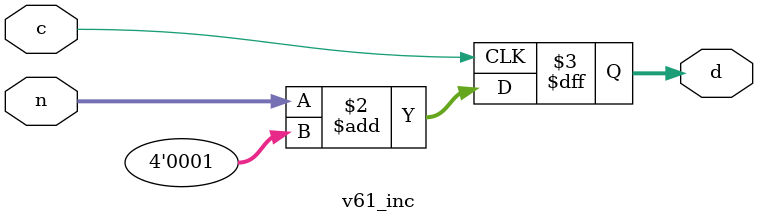
<source format=v>
module v61_inc(n, c, d);
input [3:0]n;
input c;
output [3:0]d;
reg [3:0]d;
always @ (posedge c) {d}=n+4'b0001;
endmodule
</source>
